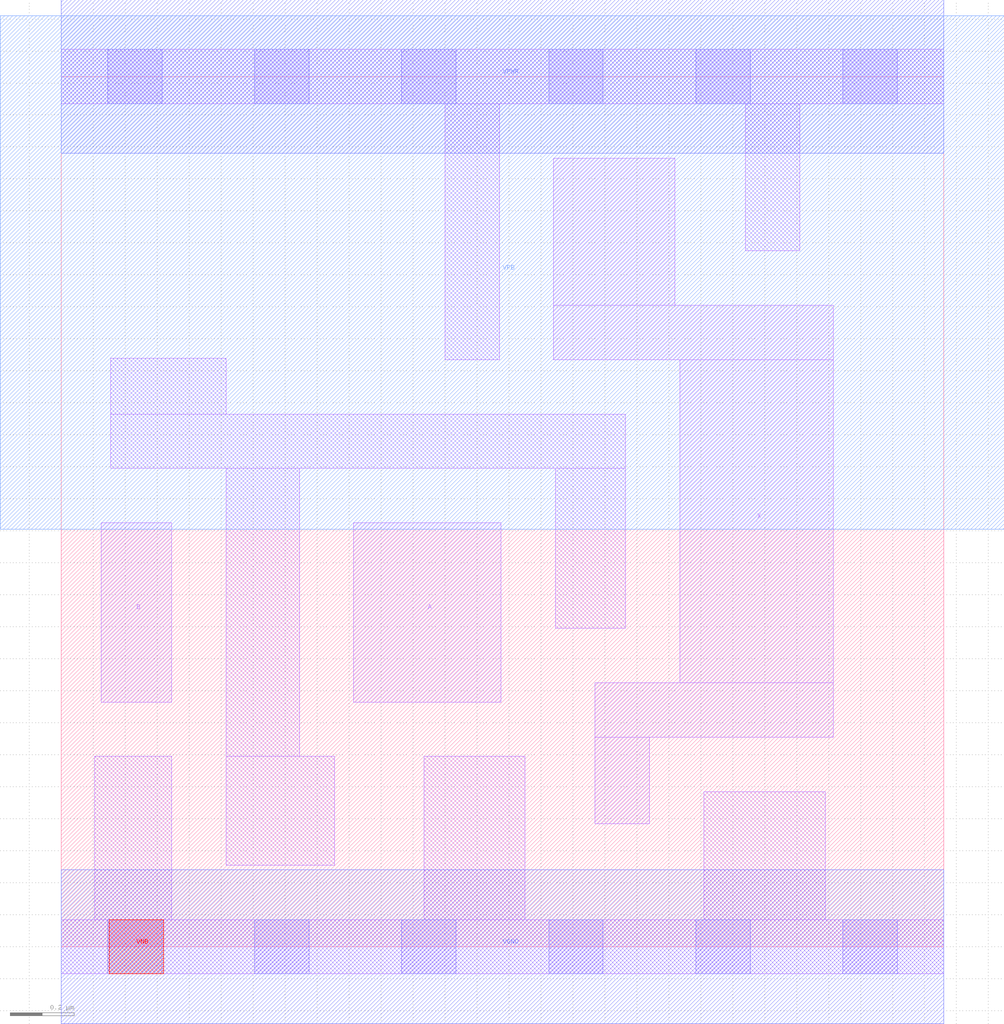
<source format=lef>
# Copyright 2020 The SkyWater PDK Authors
#
# Licensed under the Apache License, Version 2.0 (the "License");
# you may not use this file except in compliance with the License.
# You may obtain a copy of the License at
#
#     https://www.apache.org/licenses/LICENSE-2.0
#
# Unless required by applicable law or agreed to in writing, software
# distributed under the License is distributed on an "AS IS" BASIS,
# WITHOUT WARRANTIES OR CONDITIONS OF ANY KIND, either express or implied.
# See the License for the specific language governing permissions and
# limitations under the License.
#
# SPDX-License-Identifier: Apache-2.0

VERSION 5.7 ;
  NOWIREEXTENSIONATPIN ON ;
  DIVIDERCHAR "/" ;
  BUSBITCHARS "[]" ;
PROPERTYDEFINITIONS
  MACRO maskLayoutSubType STRING ;
  MACRO prCellType STRING ;
  MACRO originalViewName STRING ;
END PROPERTYDEFINITIONS
MACRO sky130_fd_sc_hdll__or2_2
  CLASS CORE ;
  FOREIGN sky130_fd_sc_hdll__or2_2 ;
  ORIGIN  0.000000  0.000000 ;
  SIZE  2.760000 BY  2.720000 ;
  SYMMETRY X Y R90 ;
  SITE unithd ;
  PIN A
    ANTENNAGATEAREA  0.138600 ;
    DIRECTION INPUT ;
    USE SIGNAL ;
    PORT
      LAYER li1 ;
        RECT 0.915000 0.765000 1.375000 1.325000 ;
    END
  END A
  PIN B
    ANTENNAGATEAREA  0.138600 ;
    DIRECTION INPUT ;
    USE SIGNAL ;
    PORT
      LAYER li1 ;
        RECT 0.125000 0.765000 0.345000 1.325000 ;
    END
  END B
  PIN X
    ANTENNADIFFAREA  0.530500 ;
    DIRECTION OUTPUT ;
    USE SIGNAL ;
    PORT
      LAYER li1 ;
        RECT 1.540000 1.835000 2.415000 2.005000 ;
        RECT 1.540000 2.005000 1.920000 2.465000 ;
        RECT 1.670000 0.385000 1.840000 0.655000 ;
        RECT 1.670000 0.655000 2.415000 0.825000 ;
        RECT 1.935000 0.825000 2.415000 1.835000 ;
    END
  END X
  PIN VGND
    DIRECTION INOUT ;
    USE GROUND ;
    PORT
      LAYER met1 ;
        RECT 0.000000 -0.240000 2.760000 0.240000 ;
    END
  END VGND
  PIN VNB
    DIRECTION INOUT ;
    USE GROUND ;
    PORT
      LAYER pwell ;
        RECT 0.150000 -0.085000 0.320000 0.085000 ;
    END
  END VNB
  PIN VPB
    DIRECTION INOUT ;
    USE POWER ;
    PORT
      LAYER nwell ;
        RECT -0.190000 1.305000 2.950000 2.910000 ;
    END
  END VPB
  PIN VPWR
    DIRECTION INOUT ;
    USE POWER ;
    PORT
      LAYER met1 ;
        RECT 0.000000 2.480000 2.760000 2.960000 ;
    END
  END VPWR
  OBS
    LAYER li1 ;
      RECT 0.000000 -0.085000 2.760000 0.085000 ;
      RECT 0.000000  2.635000 2.760000 2.805000 ;
      RECT 0.105000  0.085000 0.345000 0.595000 ;
      RECT 0.155000  1.495000 1.765000 1.665000 ;
      RECT 0.155000  1.665000 0.515000 1.840000 ;
      RECT 0.515000  0.255000 0.855000 0.595000 ;
      RECT 0.515000  0.595000 0.745000 1.495000 ;
      RECT 1.135000  0.085000 1.450000 0.595000 ;
      RECT 1.200000  1.835000 1.370000 2.635000 ;
      RECT 1.545000  0.995000 1.765000 1.495000 ;
      RECT 2.010000  0.085000 2.390000 0.485000 ;
      RECT 2.140000  2.175000 2.310000 2.635000 ;
    LAYER mcon ;
      RECT 0.145000 -0.085000 0.315000 0.085000 ;
      RECT 0.145000  2.635000 0.315000 2.805000 ;
      RECT 0.605000 -0.085000 0.775000 0.085000 ;
      RECT 0.605000  2.635000 0.775000 2.805000 ;
      RECT 1.065000 -0.085000 1.235000 0.085000 ;
      RECT 1.065000  2.635000 1.235000 2.805000 ;
      RECT 1.525000 -0.085000 1.695000 0.085000 ;
      RECT 1.525000  2.635000 1.695000 2.805000 ;
      RECT 1.985000 -0.085000 2.155000 0.085000 ;
      RECT 1.985000  2.635000 2.155000 2.805000 ;
      RECT 2.445000 -0.085000 2.615000 0.085000 ;
      RECT 2.445000  2.635000 2.615000 2.805000 ;
  END
  PROPERTY maskLayoutSubType "abstract" ;
  PROPERTY prCellType "standard" ;
  PROPERTY originalViewName "layout" ;
END sky130_fd_sc_hdll__or2_2
END LIBRARY

</source>
